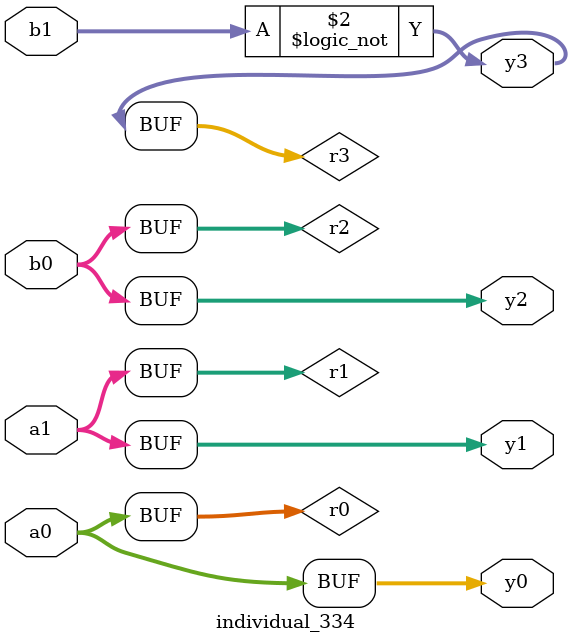
<source format=sv>
module individual_334(input logic [15:0] a1, input logic [15:0] a0, input logic [15:0] b1, input logic [15:0] b0, output logic [15:0] y3, output logic [15:0] y2, output logic [15:0] y1, output logic [15:0] y0);
logic [15:0] r0, r1, r2, r3; 
 always@(*) begin 
	 r0 = a0; r1 = a1; r2 = b0; r3 = b1; 
 	 r3 = ! b1 ;
 	 y3 = r3; y2 = r2; y1 = r1; y0 = r0; 
end
endmodule
</source>
